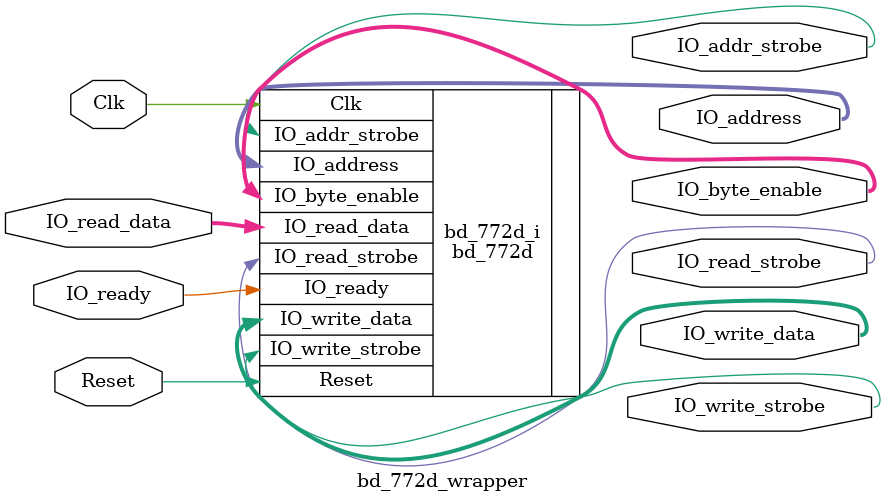
<source format=v>
`timescale 1 ps / 1 ps

module bd_772d_wrapper
   (Clk,
    IO_addr_strobe,
    IO_address,
    IO_byte_enable,
    IO_read_data,
    IO_read_strobe,
    IO_ready,
    IO_write_data,
    IO_write_strobe,
    Reset);
  input Clk;
  output IO_addr_strobe;
  output [31:0]IO_address;
  output [3:0]IO_byte_enable;
  input [31:0]IO_read_data;
  output IO_read_strobe;
  input IO_ready;
  output [31:0]IO_write_data;
  output IO_write_strobe;
  input Reset;

  wire Clk;
  wire IO_addr_strobe;
  wire [31:0]IO_address;
  wire [3:0]IO_byte_enable;
  wire [31:0]IO_read_data;
  wire IO_read_strobe;
  wire IO_ready;
  wire [31:0]IO_write_data;
  wire IO_write_strobe;
  wire Reset;

  bd_772d bd_772d_i
       (.Clk(Clk),
        .IO_addr_strobe(IO_addr_strobe),
        .IO_address(IO_address),
        .IO_byte_enable(IO_byte_enable),
        .IO_read_data(IO_read_data),
        .IO_read_strobe(IO_read_strobe),
        .IO_ready(IO_ready),
        .IO_write_data(IO_write_data),
        .IO_write_strobe(IO_write_strobe),
        .Reset(Reset));
endmodule

</source>
